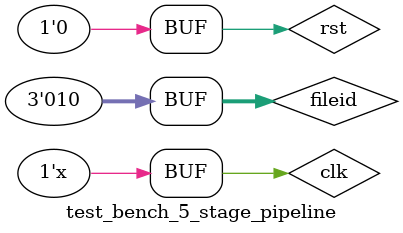
<source format=v>
`timescale 1ns / 1ps


module test_bench_5_stage_pipeline;

	// Inputs
	reg clk;
	reg rst;
	reg [2:0] fileid;

	// Outputs
	wire [15:0] PCOUT;
	wire [15:0] INST;
	wire [15:0] rdata1;
	wire [15:0] rdata2;
	wire [15:0] rdata2_ID_EXE;
	wire [15:0] imm_in;
	wire alusrc;
	wire [2:0] aluop;
	wire zero;
	wire branch_out_ID_EXE;
	wire RegDst;
	wire [3:0] waddr_out_MEM_WB;
	wire wen_out_MEM_WB;
	wire memtoReg_out_MEM_WB;
	wire [3:0] wAddrMux;
	wire [15:0] jalMux;
	wire [15:0] wdata_WB;
	wire [15:0] readData_DM;

	// Instantiate the Unit Under Test (UUT)
	pipelined_regfile_5stage uut (
		.clk(clk), 
		.rst(rst), 
		.fileid(fileid), 
		.PCOUT(PCOUT), 
		.INST(INST), 
		.rdata1(rdata1), 
		.rdata2(rdata2), 
		.rdata2_ID_EXE(rdata2_ID_EXE), 
		.imm_in(imm_in), 
		.alusrc(alusrc), 
		.aluop(aluop), 
		.zero(zero), 
		.branch_out_ID_EXE(branch_out_ID_EXE), 
		.RegDst(RegDst), 
		.waddr_out_MEM_WB(waddr_out_MEM_WB), 
		.wen_out_MEM_WB(wen_out_MEM_WB), 
		.memtoReg_out_MEM_WB(memtoReg_out_MEM_WB), 
		.wAddrMux(wAddrMux), 
		.jalMux(jalMux), 
		.wdata_WB(wdata_WB), 
		.readData_DM(readData_DM)
	);

	always #15 clk = ~clk;

	initial begin
		// Initialize Inputs
		clk = 0;
		rst = 0;
		fileid = 2;

		// Wait 100 ns for global reset to finish
		#100;
        
		// Add stimulus here
		#25 rst = 1; //Clock resets at every 25ns
		#25 rst = 0;
	end
      
endmodule


</source>
